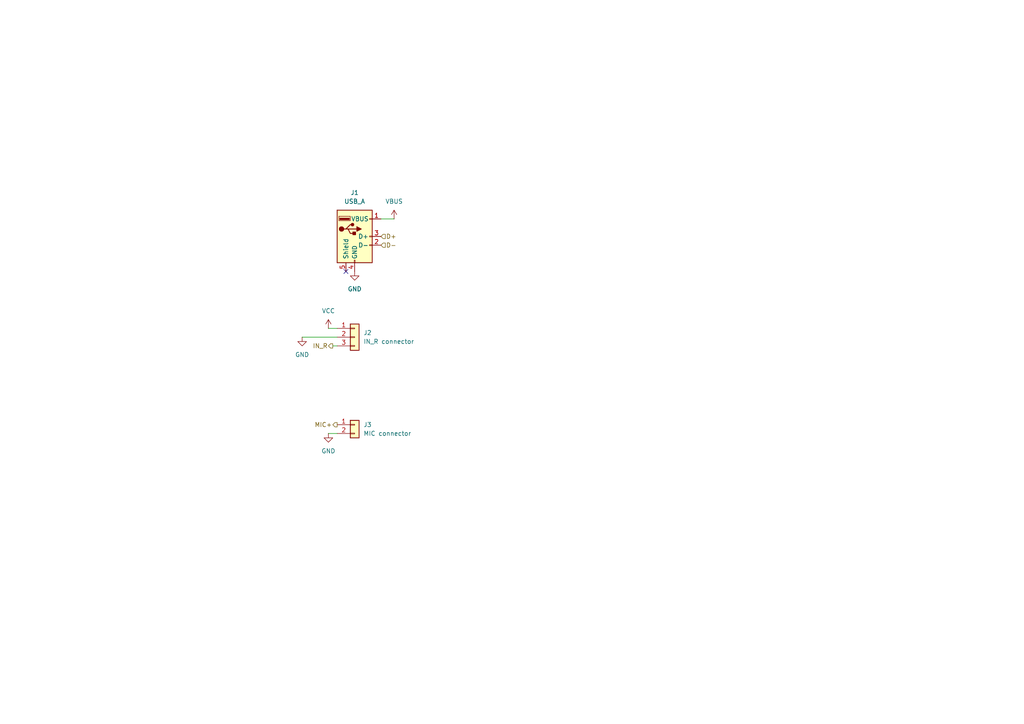
<source format=kicad_sch>
(kicad_sch (version 20250114) (generator "eeschema") (generator_version "9.0")
  (paper "A4")
  (title_block (title "Connectors") (date "2025-05-29") (rev "0.3") (company "Maksym Rybalskyi <MaxDespairon@gmail.com>"))
  (lib_symbols
    (symbol "Connector:USB_A" (pin_names (offset 1.016))
      (property "Reference" "J" (at -5.08 11.43 0))
      (property "Value" "USB_A" (at -5.08 8.89 0))
      (symbol "USB_A_0_1"
        (rectangle (start -5.08 -7.62) (end 5.08 7.62) (stroke (width 0.254)) (fill (type background)))
        (circle (center -3.81 2.159) (radius 0.635) (stroke (width 0.254)) (fill (type outline)))
        (polyline (pts (xy -3.175 2.159) (xy -2.54 2.159) (xy -1.27 3.429) (xy -0.635 3.429)) (stroke (width 0.254)))
        (polyline (pts (xy -2.54 2.159) (xy -1.905 2.159) (xy -1.27 0.889) (xy 0 0.889)) (stroke (width 0.254)))
        (rectangle (start -1.524 4.826) (end -4.318 5.334) (fill (type outline)))
        (rectangle (start -1.27 4.572) (end -4.572 5.842))
        (circle (center -0.635 3.429) (radius 0.381) (stroke (width 0.254)) (fill (type outline)))
        (rectangle (start -0.127 -7.62) (end 0.127 -6.858))
        (rectangle (start 0.254 1.27) (end -0.508 0.508) (stroke (width 0.254)) (fill (type outline)))
        (polyline (pts (xy 0.635 2.794) (xy 0.635 1.524) (xy 1.905 2.159) (xy 0.635 2.794)) (stroke (width 0.254)) (fill (type outline)))
        (rectangle (start 5.08 4.953) (end 4.318 5.207))
        (rectangle (start 5.08 -0.127) (end 4.318 0.127))
        (rectangle (start 5.08 -2.667) (end 4.318 -2.413))
      )
      (symbol "USB_A_1_1"
        (polyline (pts (xy -1.905 2.159) (xy 0.635 2.159)) (stroke (width 0.254)))
        (pin passive line (at -2.54 -10.16 90) (length 2.54) (name "Shield") (number "5"))
        (pin power_in line (at 0 -10.16 90) (length 2.54) (name "GND") (number "4"))
        (pin power_in line (at 7.62 5.08 180) (length 2.54) (name "VBUS") (number "1"))
        (pin bidirectional line (at 7.62 0 180) (length 2.54) (name "D+") (number "3"))
        (pin bidirectional line (at 7.62 -2.54 180) (length 2.54) (name "D-") (number "2"))
      )
    )
    (symbol "Connector_Generic:Conn_01x02" (pin_names (offset 1.016) (hide yes))
      (property "Reference" "J" (at 0 2.54 0))
      (property "Value" "Conn_01x02" (at 0 -5.08 0))
      (symbol "Conn_01x02_1_1"
        (rectangle (start -1.27 1.27) (end 1.27 -3.81) (stroke (width 0.254)) (fill (type background)))
        (rectangle (start -1.27 0.127) (end 0 -0.127) (stroke (width 0.1524)))
        (rectangle (start -1.27 -2.413) (end 0 -2.667) (stroke (width 0.1524)))
        (pin passive line (at -5.08 0 0) (length 3.81) (name "Pin_1") (number "1"))
        (pin passive line (at -5.08 -2.54 0) (length 3.81) (name "Pin_2") (number "2"))
      )
    )
    (symbol "Connector_Generic:Conn_01x03" (pin_names (offset 1.016) (hide yes))
      (property "Reference" "J" (at 0 5.08 0))
      (property "Value" "Conn_01x03" (at 0 -5.08 0))
      (symbol "Conn_01x03_1_1"
        (rectangle (start -1.27 3.81) (end 1.27 -3.81) (stroke (width 0.254)) (fill (type background)))
        (rectangle (start -1.27 2.667) (end 0 2.413) (stroke (width 0.1524)))
        (rectangle (start -1.27 0.127) (end 0 -0.127) (stroke (width 0.1524)))
        (rectangle (start -1.27 -2.413) (end 0 -2.667) (stroke (width 0.1524)))
        (pin passive line (at -5.08 2.54 0) (length 3.81) (name "Pin_1") (number "1"))
        (pin passive line (at -5.08 0 0) (length 3.81) (name "Pin_2") (number "2"))
        (pin passive line (at -5.08 -2.54 0) (length 3.81) (name "Pin_3") (number "3"))
      )
    )
    (symbol "power:GND" (power) (pin_numbers (hide yes)) (pin_names (offset 0) (hide yes))
      (property "Value" "GND" (at 0 -3.81 0))
      (symbol "GND_0_1"
        (polyline (pts (xy 0 0) (xy 0 -1.27) (xy 1.27 -1.27) (xy 0 -2.54) (xy -1.27 -1.27) (xy 0 -1.27)))
      )
      (symbol "GND_1_1"
        (pin power_in line (at 0 0 270) (length 0) (name "~") (number "1"))
      )
    )
    (symbol "power:VBUS" (power) (pin_numbers (hide yes)) (pin_names (offset 0) (hide yes))
      (property "Value" "VBUS" (at 0 3.556 0))
      (symbol "VBUS_0_1"
        (polyline (pts (xy -0.762 1.27) (xy 0 2.54)))
        (polyline (pts (xy 0 2.54) (xy 0.762 1.27)))
        (polyline (pts (xy 0 0) (xy 0 2.54)))
      )
      (symbol "VBUS_1_1"
        (pin power_in line (at 0 0 90) (length 0) (name "~") (number "1"))
      )
    )
    (symbol "power:VCC" (power) (pin_numbers (hide yes)) (pin_names (offset 0) (hide yes))
      (property "Value" "VCC" (at 0 3.556 0))
      (symbol "VCC_0_1"
        (polyline (pts (xy -0.762 1.27) (xy 0 2.54)))
        (polyline (pts (xy 0 2.54) (xy 0.762 1.27)))
        (polyline (pts (xy 0 0) (xy 0 2.54)))
      )
      (symbol "VCC_1_1"
        (pin power_in line (at 0 0 90) (length 0) (name "~") (number "1"))
      )
    )
  )
  (no_connect (at 100.33 78.74))
  (wire (pts (xy 95.25 125.73) (xy 97.79 125.73)))
  (wire (pts (xy 96.52 100.33) (xy 97.79 100.33)))
  (wire (pts (xy 87.63 97.79) (xy 97.79 97.79)))
  (wire (pts (xy 110.49 63.5) (xy 114.3 63.5)))
  (wire (pts (xy 95.25 95.25) (xy 97.79 95.25)))
  (hierarchical_label "D-" (shape input) (at 110.49 71.12 0))
  (hierarchical_label "D+" (shape input) (at 110.49 68.58 0))
  (hierarchical_label "IN_R" (shape output) (at 96.52 100.33 180))
  (hierarchical_label "MIC+" (shape output) (at 97.79 123.19 180))
  (symbol (lib_id "power:GND") (at 102.87 78.74 0) (unit 1)
    (property "Reference" "#PWR022" (effects (hide yes)))
    (property "Value" "GND" (at 102.87 83.82 0))
    (property "Description" "Power symbol creates a global label with name \"GND\" , ground" (effects (hide yes)))
  )
  (symbol (lib_id "power:GND") (at 95.25 125.73 0) (unit 1)
    (property "Reference" "#PWR021" (effects (hide yes)))
    (property "Value" "GND" (at 95.25 130.81 0))
    (property "Description" "Power symbol creates a global label with name \"GND\" , ground" (effects (hide yes)))
  )
  (symbol (lib_id "Connector_Generic:Conn_01x02") (at 102.87 123.19 0) (unit 1)
    (property "Reference" "J3" (at 105.41 123.1899 0) (effects (justify left)))
    (property "Value" "MIC connector" (at 105.41 125.7299 0) (effects (justify left)))
    (property "Footprint" "Connector_PinHeader_1.27mm:PinHeader_1x02_P1.27mm_Vertical" (effects (hide yes)))
    (property "Description" "Generic connector, single row, 01x02, script generated (kicad-library-utils/schlib/autogen/connector/)" (effects (hide yes)))
  )
  (symbol (lib_id "Connector:USB_A") (at 102.87 68.58 0) (unit 1)
    (property "Reference" "J1" (at 102.87 55.88 0))
    (property "Value" "USB_A" (at 102.87 58.42 0))
    (property "Footprint" "Connector_USB:USB3_A_Molex_48393-001" (effects (hide yes)))
    (property "Description" "USB Type A connector" (effects (hide yes)))
  )
  (symbol (lib_id "power:GND") (at 87.63 97.79 0) (unit 1)
    (property "Reference" "#PWR019" (effects (hide yes)))
    (property "Value" "GND" (at 87.63 102.87 0))
    (property "Description" "Power symbol creates a global label with name \"GND\" , ground" (effects (hide yes)))
  )
  (symbol (lib_id "Connector_Generic:Conn_01x03") (at 102.87 97.79 0) (unit 1)
    (property "Reference" "J2" (at 105.41 96.5199 0) (effects (justify left)))
    (property "Value" "IN_R connector" (at 105.41 99.0599 0) (effects (justify left)))
    (property "Footprint" "Connector_PinHeader_1.27mm:PinHeader_1x03_P1.27mm_Vertical" (effects (hide yes)))
    (property "Description" "Generic connector, single row, 01x03, script generated (kicad-library-utils/schlib/autogen/connector/)" (effects (hide yes)))
  )
  (symbol (lib_id "power:VBUS") (at 114.3 63.5 0) (unit 1)
    (property "Reference" "#PWR023" (effects (hide yes)))
    (property "Value" "VBUS" (at 114.3 58.42 0))
    (property "Description" "Power symbol creates a global label with name \"VBUS\"" (effects (hide yes)))
  )
  (symbol (lib_id "power:VCC") (at 95.25 95.25 0) (unit 1)
    (property "Reference" "#PWR020" (effects (hide yes)))
    (property "Value" "VCC" (at 95.25 90.17 0))
    (property "Description" "Power symbol creates a global label with name \"VCC\"" (effects (hide yes)))
  )
)
</source>
